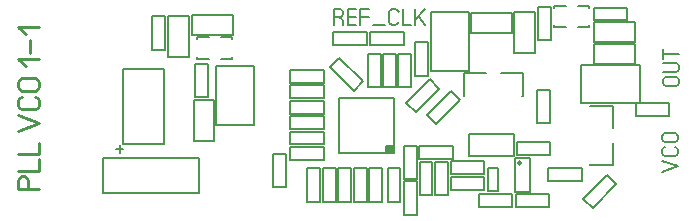
<source format=gbr>
%FSLAX34Y34*%
%MOMM*%
%LNSILK_TOP*%
G71*
G01*
%ADD10C,0.150*%
%ADD11C,0.200*%
%ADD12C,0.222*%
%ADD13C,0.167*%
%LPD*%
G54D10*
X335404Y849875D02*
X324429Y849876D01*
X324429Y821575D01*
X335404Y821575D01*
X335404Y849875D01*
G54D10*
X140769Y950350D02*
X151744Y950350D01*
X151744Y978650D01*
X140769Y978650D01*
X140769Y950350D01*
G54D10*
X334388Y946850D02*
X323412Y946850D01*
X323413Y918550D01*
X334388Y918550D01*
X334388Y946850D01*
G54D10*
X347388Y946850D02*
X336413Y946850D01*
X336413Y918550D01*
X347388Y918550D01*
X347388Y946850D01*
G54D10*
X360388Y946850D02*
X349412Y946850D01*
X349413Y918550D01*
X360388Y918550D01*
X360388Y946850D01*
G54D10*
X384006Y917398D02*
X376245Y925159D01*
X356234Y905148D01*
X363994Y897387D01*
X384006Y917398D01*
G54D10*
X151157Y933714D02*
X116257Y933714D01*
X116257Y870214D01*
X151157Y870214D01*
X151157Y933714D01*
G54D10*
X98952Y858971D02*
X98952Y828971D01*
X180752Y828971D01*
X180752Y858971D01*
X98952Y858971D01*
G54D10*
X110277Y866196D02*
X116627Y866196D01*
G54D10*
X113452Y869371D02*
X113452Y863021D01*
G54D10*
X227256Y936791D02*
X195256Y936791D01*
X195256Y886791D01*
X227256Y886791D01*
X227256Y936791D01*
G54D10*
X176181Y907607D02*
X193244Y907607D01*
G54D10*
X176181Y872926D02*
X193244Y872925D01*
G54D10*
X176181Y907607D02*
X176181Y872926D01*
G54D10*
X193244Y907607D02*
X193244Y872925D01*
G54D10*
X154628Y944059D02*
X171691Y944059D01*
G54D10*
X154628Y978741D02*
X171691Y978741D01*
G54D10*
X154628Y944059D02*
X154628Y978741D01*
G54D10*
X171691Y944059D02*
X171691Y978741D01*
G54D10*
X311512Y849850D02*
X322488Y849850D01*
X322488Y821550D01*
X311512Y821550D01*
X311512Y849850D01*
G54D10*
X363112Y956650D02*
X374088Y956650D01*
X374088Y928350D01*
X363112Y928350D01*
X363112Y956650D01*
G54D10*
X325550Y954612D02*
X325550Y965587D01*
X353850Y965587D01*
X353850Y954612D01*
X325550Y954612D01*
G54D10*
X294271Y954617D02*
X294271Y965592D01*
X322571Y965592D01*
X322571Y954617D01*
X294271Y954617D01*
G54D10*
X283188Y821650D02*
X272212Y821650D01*
X272212Y849950D01*
X283188Y849950D01*
X283188Y821650D01*
G54D10*
X364734Y840750D02*
X353760Y840750D01*
X353760Y869050D01*
X364734Y869050D01*
X364734Y840750D01*
G54D10*
X340160Y849950D02*
X351135Y849950D01*
X351135Y821650D01*
X340160Y821650D01*
X340160Y849950D01*
G54D10*
X364835Y810450D02*
X353860Y810450D01*
X353860Y838750D01*
X364835Y838750D01*
X364835Y810450D01*
G54D10*
X367260Y855550D02*
X378235Y855550D01*
X378235Y827250D01*
X367260Y827250D01*
X367260Y855550D01*
G54D10*
X395398Y868988D02*
X395398Y858013D01*
X367098Y858013D01*
X367098Y868988D01*
X395398Y868988D01*
G54D10*
X380260Y855550D02*
X391235Y855550D01*
X391235Y827250D01*
X380260Y827250D01*
X380260Y855550D01*
G54D10*
X393498Y845013D02*
X393498Y855988D01*
X421798Y855988D01*
X421798Y845013D01*
X393498Y845013D01*
G54D10*
X393797Y831413D02*
X393798Y842388D01*
X422097Y842388D01*
X422097Y831413D01*
X393797Y831413D01*
G54D10*
X460781Y858574D02*
X448043Y858574D01*
X448043Y829974D01*
X460781Y829974D01*
X460781Y858574D01*
G54D11*
G75*
G01X453556Y854568D02*
G03X453556Y854568I-1600J0D01*
G01*
G36*
G75*
G01X453556Y854568D02*
G03X453556Y854568I-1600J0D01*
G01*
G37*
X453556Y854568D01*
G54D10*
X433350Y850112D02*
X433350Y830787D01*
G54D10*
X425274Y850112D02*
X425274Y830787D01*
G54D10*
X433350Y850112D02*
X425274Y850112D01*
G54D10*
X433350Y830787D02*
X425274Y830787D01*
G54D10*
X476450Y838712D02*
X476450Y849688D01*
X504750Y849688D01*
X504750Y838712D01*
X476450Y838712D01*
G54D10*
X477950Y871888D02*
X477950Y860913D01*
X449650Y860912D01*
X449650Y871888D01*
X477950Y871888D01*
G54D10*
X417250Y816713D02*
X417250Y827687D01*
X445550Y827688D01*
X445550Y816713D01*
X417250Y816713D01*
G54D10*
X448750Y816712D02*
X448750Y827687D01*
X477050Y827688D01*
X477050Y816713D01*
X448750Y816712D01*
G54D10*
X187962Y910124D02*
X176988Y910124D01*
X176988Y938424D01*
X187962Y938424D01*
X187962Y910124D01*
G54D10*
X174375Y979831D02*
X174375Y962769D01*
G54D10*
X209056Y979831D02*
X209056Y962769D01*
G54D10*
X174375Y979831D02*
X209056Y979831D01*
G54D10*
X174375Y962769D02*
X209056Y962769D01*
G54D10*
X257850Y857012D02*
X257850Y867988D01*
X286150Y867988D01*
X286150Y857012D01*
X257850Y857012D01*
G54D10*
X286250Y880988D02*
X286250Y870012D01*
X257950Y870012D01*
X257950Y880988D01*
X286250Y880988D01*
G54D10*
X286250Y893988D02*
X286250Y883012D01*
X257950Y883012D01*
X257950Y893988D01*
X286250Y893988D01*
G54D10*
X286250Y906988D02*
X286250Y896012D01*
X257950Y896012D01*
X257950Y906988D01*
X286250Y906988D01*
G54D10*
X286250Y919988D02*
X286250Y909012D01*
X257950Y909012D01*
X257950Y919988D01*
X286250Y919988D01*
G54D10*
X286250Y932988D02*
X286250Y922012D01*
X257950Y922012D01*
X257950Y932988D01*
X286250Y932988D01*
G54D10*
X243003Y861941D02*
X253978Y861941D01*
X253978Y833641D01*
X243003Y833641D01*
X243003Y861941D01*
G54D10*
X345900Y862500D02*
X298900Y862500D01*
X298900Y909500D01*
X345900Y909500D01*
X345900Y862500D01*
G36*
X339000Y863000D02*
X339000Y869000D01*
X345000Y869000D01*
X345000Y863600D01*
X344900Y863500D01*
X339000Y863000D01*
G37*
G54D10*
X339000Y863000D02*
X339000Y869000D01*
X345000Y869000D01*
X345000Y863600D01*
X344900Y863500D01*
X339000Y863000D01*
G54D10*
X296488Y849936D02*
X285512Y849936D01*
X285513Y821636D01*
X296488Y821636D01*
X296488Y849936D01*
G54D10*
X309488Y849936D02*
X298513Y849936D01*
X298513Y821636D01*
X309488Y821636D01*
X309488Y849936D01*
G54D10*
X299357Y943386D02*
X291596Y935625D01*
X311608Y915614D01*
X319368Y923375D01*
X299357Y943386D01*
G54D10*
X409500Y879293D02*
X447300Y879293D01*
X447300Y860100D01*
X409500Y860100D01*
X409500Y879293D01*
G54D10*
X373640Y895032D02*
X381401Y887272D01*
X401412Y907283D01*
X393652Y915043D01*
X373640Y895032D01*
G54D10*
X514744Y937819D02*
X514744Y954881D01*
G54D10*
X549425Y937819D02*
X549425Y954881D01*
G54D10*
X514744Y937819D02*
X549425Y937819D01*
G54D10*
X514744Y954881D02*
X549425Y954881D01*
G54D10*
X514812Y956418D02*
X514812Y973481D01*
G54D10*
X549494Y956418D02*
X549494Y973481D01*
G54D10*
X514812Y956418D02*
X549494Y956418D01*
G54D10*
X514812Y973481D02*
X549494Y973481D01*
G54D10*
X578650Y893812D02*
X578650Y904788D01*
X550350Y904788D01*
X550350Y893812D01*
X578650Y893812D01*
G54D10*
X506064Y824225D02*
X513825Y816464D01*
X533836Y836475D01*
X526075Y844236D01*
X506064Y824225D01*
G54D10*
X514650Y975012D02*
X514650Y985987D01*
X542950Y985988D01*
X542950Y975013D01*
X514650Y975012D01*
G54D10*
X405319Y910675D02*
X404600Y910681D01*
X404600Y930519D01*
X423319Y930519D01*
G54D10*
X454282Y910675D02*
X455001Y910681D01*
X455001Y930519D01*
X436282Y930519D01*
G54D10*
X410968Y963986D02*
X410968Y981048D01*
G54D10*
X445649Y963986D02*
X445649Y981048D01*
G54D10*
X410968Y963986D02*
X445649Y963986D01*
G54D10*
X410968Y981048D02*
X445649Y981048D01*
G54D10*
X464671Y947176D02*
X447608Y947177D01*
G54D10*
X464671Y981858D02*
X447608Y981858D01*
G54D10*
X464671Y947176D02*
X464671Y981858D01*
G54D10*
X447608Y947177D02*
X447608Y981858D01*
G54D10*
X466812Y888150D02*
X477788Y888150D01*
X477788Y916450D01*
X466812Y916450D01*
X466812Y888150D01*
G54D10*
X467343Y986733D02*
X478318Y986733D01*
X478318Y958433D01*
X467343Y958433D01*
X467343Y986733D01*
G54D10*
X511186Y902233D02*
X511193Y902952D01*
X531030Y902952D01*
X531030Y884233D01*
G54D10*
X511187Y853270D02*
X511193Y852551D01*
X531030Y852551D01*
X531030Y871270D01*
G54D10*
X501031Y969078D02*
X511031Y969078D01*
X511031Y970828D01*
G54D10*
X501031Y987478D02*
X511031Y987478D01*
X511031Y985728D01*
G54D10*
X491531Y987478D02*
X481531Y987478D01*
X481531Y985728D01*
G54D10*
X491531Y969078D02*
X481531Y969078D01*
X481531Y970828D01*
G54D10*
X198768Y942408D02*
X208768Y942408D01*
X208768Y944158D01*
G54D10*
X198768Y960808D02*
X208768Y960808D01*
X208768Y959058D01*
G54D10*
X189268Y960808D02*
X179268Y960808D01*
X179268Y959058D01*
G54D10*
X189268Y942408D02*
X179268Y942408D01*
X179268Y944158D01*
G54D10*
X503982Y937000D02*
X503982Y905000D01*
X553982Y905000D01*
X553982Y937000D01*
X503982Y937000D01*
G54D10*
X376756Y932191D02*
X408756Y932191D01*
X408756Y982191D01*
X376756Y982191D01*
X376756Y932191D01*
G54D12*
X44992Y832429D02*
X27214Y832429D01*
X27214Y839096D01*
X28325Y841762D01*
X30547Y843096D01*
X32770Y843096D01*
X34992Y841762D01*
X36103Y839096D01*
X36103Y832429D01*
G54D12*
X27214Y847985D02*
X44992Y847985D01*
X44992Y857318D01*
G54D12*
X27214Y862207D02*
X44992Y862207D01*
X44992Y871540D01*
G54D12*
X27214Y881585D02*
X44992Y888252D01*
X27214Y894918D01*
G54D12*
X41659Y910474D02*
X43881Y909140D01*
X44992Y906474D01*
X44992Y903807D01*
X43881Y901140D01*
X41659Y899807D01*
X30547Y899807D01*
X28325Y901140D01*
X27214Y903807D01*
X27214Y906474D01*
X28325Y909140D01*
X30547Y910474D01*
G54D12*
X30547Y926030D02*
X41659Y926030D01*
X43881Y924696D01*
X44992Y922030D01*
X44992Y919363D01*
X43881Y916696D01*
X41659Y915363D01*
X30547Y915363D01*
X28325Y916696D01*
X27214Y919363D01*
X27214Y922030D01*
X28325Y924696D01*
X30547Y926030D01*
G54D12*
X33881Y936075D02*
X27214Y942742D01*
X44992Y942742D01*
G54D12*
X37214Y947631D02*
X37214Y958298D01*
G54D12*
X33881Y963187D02*
X27214Y969854D01*
X44992Y969854D01*
G54D13*
X298826Y977889D02*
X301826Y976222D01*
X302826Y974556D01*
X302826Y971222D01*
G54D13*
X294826Y971222D02*
X294826Y984556D01*
X299826Y984556D01*
X301826Y983722D01*
X302826Y982056D01*
X302826Y980389D01*
X301826Y978722D01*
X299826Y977889D01*
X294826Y977889D01*
G54D13*
X313492Y971222D02*
X306492Y971222D01*
X306492Y984556D01*
X313492Y984556D01*
G54D13*
X306492Y977889D02*
X313492Y977889D01*
G54D13*
X317160Y971222D02*
X317160Y984556D01*
X324160Y984556D01*
G54D13*
X317160Y977889D02*
X324160Y977889D01*
G54D13*
X327826Y971222D02*
X337826Y971222D01*
G54D13*
X349494Y973722D02*
X348494Y972056D01*
X346494Y971222D01*
X344494Y971222D01*
X342494Y972056D01*
X341494Y973722D01*
X341494Y982056D01*
X342494Y983722D01*
X344494Y984556D01*
X346494Y984556D01*
X348494Y983722D01*
X349494Y982056D01*
G54D13*
X353160Y984556D02*
X353160Y971222D01*
X360160Y971222D01*
G54D13*
X363828Y971222D02*
X363828Y984556D01*
G54D13*
X363828Y975389D02*
X371828Y984556D01*
G54D13*
X366828Y977889D02*
X371828Y971222D01*
G54D13*
X572629Y846391D02*
X585963Y851391D01*
X572629Y856391D01*
G54D13*
X583463Y868058D02*
X585129Y867058D01*
X585963Y865058D01*
X585963Y863058D01*
X585129Y861058D01*
X583463Y860058D01*
X575129Y860058D01*
X573463Y861058D01*
X572629Y863058D01*
X572629Y865058D01*
X573463Y867058D01*
X575129Y868058D01*
G54D13*
X575129Y879725D02*
X583463Y879725D01*
X585129Y878725D01*
X585963Y876725D01*
X585963Y874725D01*
X585129Y872725D01*
X583463Y871725D01*
X575129Y871725D01*
X573463Y872725D01*
X572629Y874725D01*
X572629Y876725D01*
X573463Y878725D01*
X575129Y879725D01*
G54D13*
X575729Y927391D02*
X584063Y927391D01*
X585729Y926391D01*
X586563Y924391D01*
X586563Y922391D01*
X585729Y920391D01*
X584063Y919391D01*
X575729Y919391D01*
X574063Y920391D01*
X573229Y922391D01*
X573229Y924391D01*
X574063Y926391D01*
X575729Y927391D01*
G54D13*
X573229Y931058D02*
X584063Y931058D01*
X585729Y932058D01*
X586563Y934058D01*
X586563Y936058D01*
X585729Y938058D01*
X584063Y939058D01*
X573229Y939058D01*
G54D13*
X586563Y946725D02*
X573229Y946725D01*
G54D13*
X573229Y942725D02*
X573229Y950725D01*
M02*

</source>
